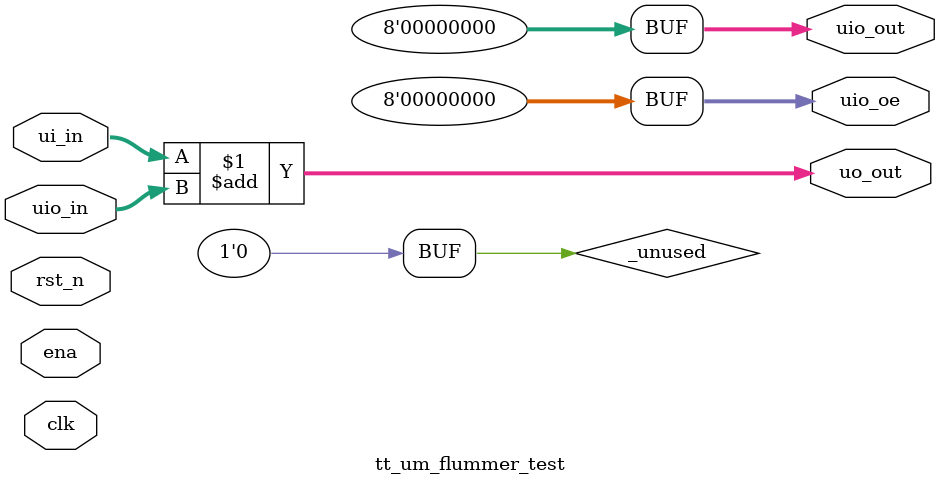
<source format=v>
/*
 * Copyright (c) 2024 Your Name
 * SPDX-License-Identifier: Apache-2.0
 */

`default_nettype none

module tt_um_flummer_test (
    input  wire [7:0] ui_in,    // Dedicated inputs
    output wire [7:0] uo_out,   // Dedicated outputs
    input  wire [7:0] uio_in,   // IOs: Input path
    output wire [7:0] uio_out,  // IOs: Output path
    output wire [7:0] uio_oe,   // IOs: Enable path (active high: 0=input, 1=output)
    input  wire       ena,      // always 1 when the design is powered, so you can ignore it
    input  wire       clk,      // clock
    input  wire       rst_n     // reset_n - low to reset
);

  // All output pins must be assigned. If not used, assign to 0.
  assign uo_out  = ui_in + uio_in;  // Example: ou_out is the sum of ui_in and uio_in
  assign uio_out = 0;
  assign uio_oe  = 0;

  // List all unused inputs to prevent warnings
  wire _unused = &{ena, clk, rst_n, 1'b0};

endmodule

</source>
